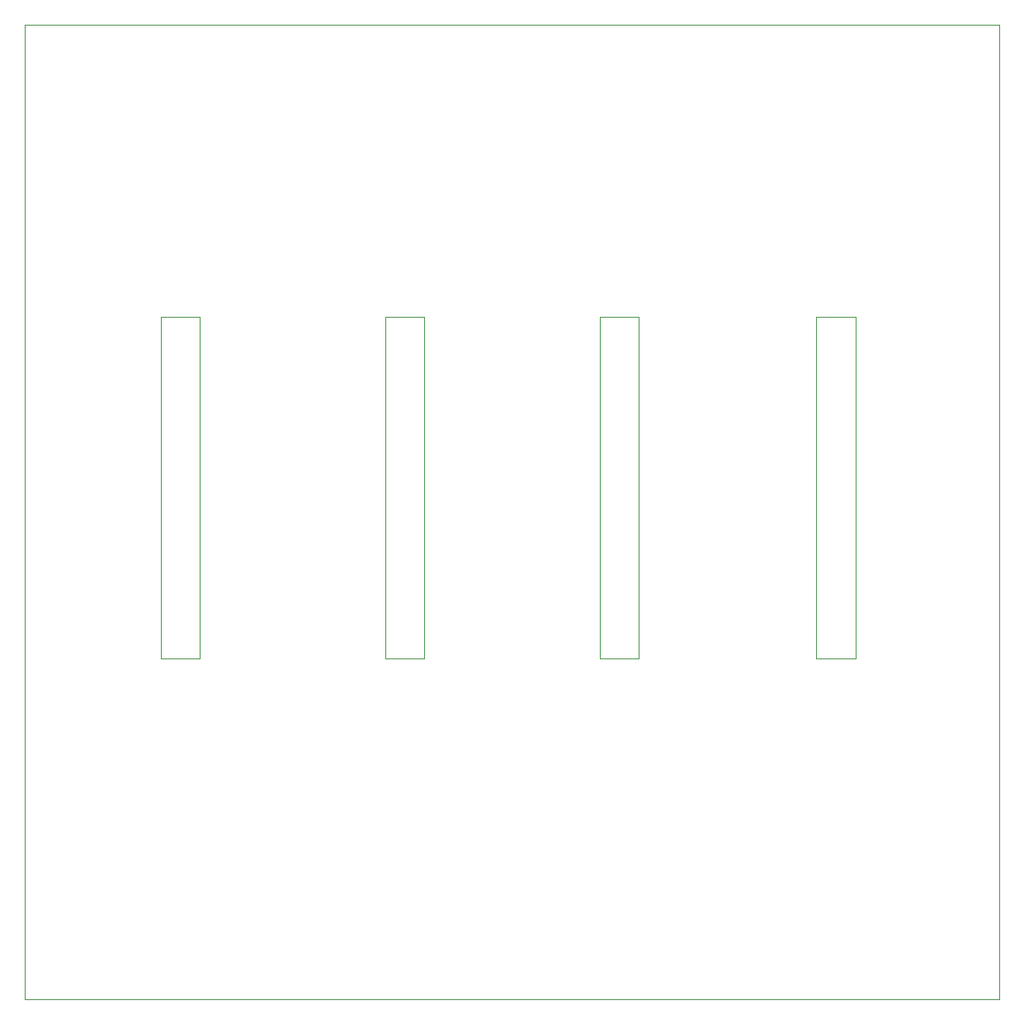
<source format=gbr>
G04 #@! TF.GenerationSoftware,KiCad,Pcbnew,(5.1.2)-2*
G04 #@! TF.CreationDate,2019-10-08T20:06:51+08:00*
G04 #@! TF.ProjectId,18650 holder,31383635-3020-4686-9f6c-6465722e6b69,rev?*
G04 #@! TF.SameCoordinates,Original*
G04 #@! TF.FileFunction,Profile,NP*
%FSLAX46Y46*%
G04 Gerber Fmt 4.6, Leading zero omitted, Abs format (unit mm)*
G04 Created by KiCad (PCBNEW (5.1.2)-2) date 2019-10-08 20:06:51*
%MOMM*%
%LPD*%
G04 APERTURE LIST*
%ADD10C,0.050000*%
G04 APERTURE END LIST*
D10*
X185250000Y-102000000D02*
X189250000Y-102000000D01*
X185250000Y-67000000D02*
X185250000Y-102000000D01*
X189250000Y-102000000D02*
X189250000Y-67000000D01*
X189250000Y-67000000D02*
X185250000Y-67000000D01*
X163000000Y-102000000D02*
X167000000Y-102000000D01*
X163000000Y-67000000D02*
X163000000Y-102000000D01*
X167000000Y-102000000D02*
X167000000Y-67000000D01*
X167000000Y-67000000D02*
X163000000Y-67000000D01*
X141000000Y-102000000D02*
X145000000Y-102000000D01*
X141000000Y-67000000D02*
X141000000Y-102000000D01*
X145000000Y-102000000D02*
X145000000Y-67000000D01*
X145000000Y-67000000D02*
X141000000Y-67000000D01*
X122000000Y-67000000D02*
X118000000Y-67000000D01*
X122000000Y-102000000D02*
X122000000Y-67000000D01*
X118000000Y-102000000D02*
X122000000Y-102000000D01*
X118000000Y-67000000D02*
X118000000Y-102000000D01*
X104000000Y-137000000D02*
X204000000Y-137000000D01*
X104000000Y-37000000D02*
X104000000Y-137000000D01*
X204000000Y-37000000D02*
X104000000Y-37000000D01*
X204000000Y-137000000D02*
X204000000Y-37000000D01*
M02*

</source>
